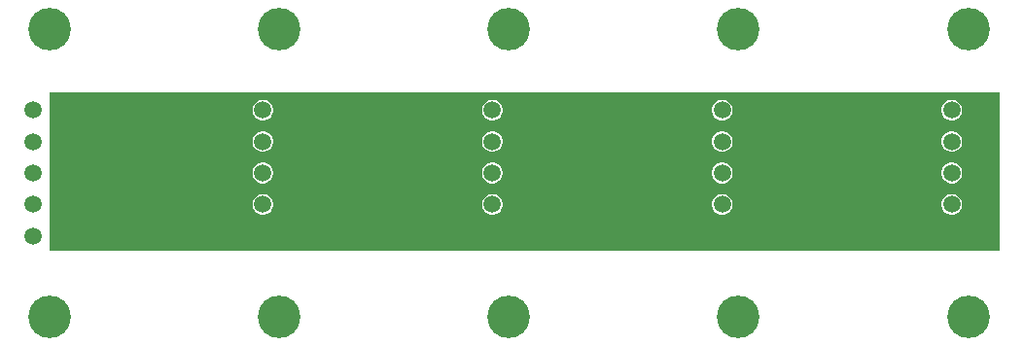
<source format=gbr>
%TF.GenerationSoftware,Altium Limited,Altium Designer,21.2.2 (38)*%
G04 Layer_Physical_Order=2*
G04 Layer_Color=16711680*
%FSLAX45Y45*%
%MOMM*%
%TF.SameCoordinates,908A5498-0BB4-4271-8F68-DE63ACD0DB91*%
%TF.FilePolarity,Positive*%
%TF.FileFunction,Copper,L2,Bot,Signal*%
%TF.Part,Single*%
G01*
G75*
%TA.AperFunction,ComponentPad*%
%ADD10C,1.50000*%
%TA.AperFunction,ViaPad*%
%ADD11C,3.70000*%
G36*
X9275000Y1325000D02*
X1000000D01*
Y2700000D01*
X9275000D01*
Y1325000D01*
D02*
G37*
%LPC*%
G36*
X8869609Y2638640D02*
X8845911D01*
X8823021Y2632507D01*
X8802499Y2620658D01*
X8785742Y2603901D01*
X8773894Y2583379D01*
X8767760Y2560489D01*
Y2536791D01*
X8773894Y2513902D01*
X8785742Y2493379D01*
X8802499Y2476622D01*
X8823021Y2464774D01*
X8845911Y2458640D01*
X8869609D01*
X8892499Y2464774D01*
X8913021Y2476622D01*
X8929778Y2493379D01*
X8941627Y2513902D01*
X8947760Y2536791D01*
Y2560489D01*
X8941627Y2583379D01*
X8929778Y2603901D01*
X8913021Y2620658D01*
X8892499Y2632507D01*
X8869609Y2638640D01*
D02*
G37*
G36*
X6869609D02*
X6845911D01*
X6823021Y2632507D01*
X6802499Y2620658D01*
X6785742Y2603901D01*
X6773893Y2583379D01*
X6767760Y2560489D01*
Y2536791D01*
X6773893Y2513902D01*
X6785742Y2493379D01*
X6802499Y2476622D01*
X6823021Y2464774D01*
X6845911Y2458640D01*
X6869609D01*
X6892499Y2464774D01*
X6913021Y2476622D01*
X6929778Y2493379D01*
X6941626Y2513902D01*
X6947760Y2536791D01*
Y2560489D01*
X6941626Y2583379D01*
X6929778Y2603901D01*
X6913021Y2620658D01*
X6892499Y2632507D01*
X6869609Y2638640D01*
D02*
G37*
G36*
X4869608D02*
X4845911D01*
X4823021Y2632507D01*
X4802499Y2620658D01*
X4785742Y2603901D01*
X4773893Y2583379D01*
X4767760Y2560489D01*
Y2536791D01*
X4773893Y2513902D01*
X4785742Y2493379D01*
X4802499Y2476622D01*
X4823021Y2464774D01*
X4845911Y2458640D01*
X4869608D01*
X4892498Y2464774D01*
X4913021Y2476622D01*
X4929778Y2493379D01*
X4941626Y2513902D01*
X4947760Y2536791D01*
Y2560489D01*
X4941626Y2583379D01*
X4929778Y2603901D01*
X4913021Y2620658D01*
X4892498Y2632507D01*
X4869608Y2638640D01*
D02*
G37*
G36*
X2869609D02*
X2845912D01*
X2823022Y2632507D01*
X2802499Y2620658D01*
X2785742Y2603901D01*
X2773894Y2583379D01*
X2767760Y2560489D01*
Y2536791D01*
X2773894Y2513902D01*
X2785742Y2493379D01*
X2802499Y2476622D01*
X2823022Y2464774D01*
X2845912Y2458640D01*
X2869609D01*
X2892499Y2464774D01*
X2913021Y2476622D01*
X2929778Y2493379D01*
X2941627Y2513902D01*
X2947760Y2536791D01*
Y2560489D01*
X2941627Y2583379D01*
X2929778Y2603901D01*
X2913021Y2620658D01*
X2892499Y2632507D01*
X2869609Y2638640D01*
D02*
G37*
G36*
X8869609Y2364320D02*
X8845911D01*
X8823021Y2358187D01*
X8802499Y2346338D01*
X8785742Y2329581D01*
X8773894Y2309059D01*
X8767760Y2286169D01*
Y2262471D01*
X8773894Y2239581D01*
X8785742Y2219059D01*
X8802499Y2202302D01*
X8823021Y2190454D01*
X8845911Y2184320D01*
X8869609D01*
X8892499Y2190454D01*
X8913021Y2202302D01*
X8929778Y2219059D01*
X8941627Y2239581D01*
X8947760Y2262471D01*
Y2286169D01*
X8941627Y2309059D01*
X8929778Y2329581D01*
X8913021Y2346338D01*
X8892499Y2358187D01*
X8869609Y2364320D01*
D02*
G37*
G36*
X6869609D02*
X6845911D01*
X6823021Y2358187D01*
X6802499Y2346338D01*
X6785742Y2329581D01*
X6773893Y2309059D01*
X6767760Y2286169D01*
Y2262471D01*
X6773893Y2239581D01*
X6785742Y2219059D01*
X6802499Y2202302D01*
X6823021Y2190454D01*
X6845911Y2184320D01*
X6869609D01*
X6892499Y2190454D01*
X6913021Y2202302D01*
X6929778Y2219059D01*
X6941626Y2239581D01*
X6947760Y2262471D01*
Y2286169D01*
X6941626Y2309059D01*
X6929778Y2329581D01*
X6913021Y2346338D01*
X6892499Y2358187D01*
X6869609Y2364320D01*
D02*
G37*
G36*
X4869608D02*
X4845911D01*
X4823021Y2358187D01*
X4802499Y2346338D01*
X4785742Y2329581D01*
X4773893Y2309059D01*
X4767760Y2286169D01*
Y2262471D01*
X4773893Y2239581D01*
X4785742Y2219059D01*
X4802499Y2202302D01*
X4823021Y2190454D01*
X4845911Y2184320D01*
X4869608D01*
X4892498Y2190454D01*
X4913021Y2202302D01*
X4929778Y2219059D01*
X4941626Y2239581D01*
X4947760Y2262471D01*
Y2286169D01*
X4941626Y2309059D01*
X4929778Y2329581D01*
X4913021Y2346338D01*
X4892498Y2358187D01*
X4869608Y2364320D01*
D02*
G37*
G36*
X2869609D02*
X2845912D01*
X2823022Y2358187D01*
X2802499Y2346338D01*
X2785742Y2329581D01*
X2773894Y2309059D01*
X2767760Y2286169D01*
Y2262471D01*
X2773894Y2239581D01*
X2785742Y2219059D01*
X2802499Y2202302D01*
X2823022Y2190454D01*
X2845912Y2184320D01*
X2869609D01*
X2892499Y2190454D01*
X2913021Y2202302D01*
X2929778Y2219059D01*
X2941627Y2239581D01*
X2947760Y2262471D01*
Y2286169D01*
X2941627Y2309059D01*
X2929778Y2329581D01*
X2913021Y2346338D01*
X2892499Y2358187D01*
X2869609Y2364320D01*
D02*
G37*
G36*
X8869609Y2090000D02*
X8845911D01*
X8823021Y2083867D01*
X8802499Y2072018D01*
X8785742Y2055261D01*
X8773894Y2034739D01*
X8767760Y2011849D01*
Y1988151D01*
X8773894Y1965262D01*
X8785742Y1944739D01*
X8802499Y1927982D01*
X8823021Y1916134D01*
X8845911Y1910000D01*
X8869609D01*
X8892499Y1916134D01*
X8913021Y1927982D01*
X8929778Y1944739D01*
X8941627Y1965262D01*
X8947760Y1988151D01*
Y2011849D01*
X8941627Y2034739D01*
X8929778Y2055261D01*
X8913021Y2072018D01*
X8892499Y2083867D01*
X8869609Y2090000D01*
D02*
G37*
G36*
X6869609D02*
X6845911D01*
X6823021Y2083867D01*
X6802499Y2072018D01*
X6785742Y2055261D01*
X6773893Y2034739D01*
X6767760Y2011849D01*
Y1988151D01*
X6773893Y1965262D01*
X6785742Y1944739D01*
X6802499Y1927982D01*
X6823021Y1916134D01*
X6845911Y1910000D01*
X6869609D01*
X6892499Y1916134D01*
X6913021Y1927982D01*
X6929778Y1944739D01*
X6941626Y1965262D01*
X6947760Y1988151D01*
Y2011849D01*
X6941626Y2034739D01*
X6929778Y2055261D01*
X6913021Y2072018D01*
X6892499Y2083867D01*
X6869609Y2090000D01*
D02*
G37*
G36*
X4869608D02*
X4845911D01*
X4823021Y2083867D01*
X4802499Y2072018D01*
X4785742Y2055261D01*
X4773893Y2034739D01*
X4767760Y2011849D01*
Y1988151D01*
X4773893Y1965262D01*
X4785742Y1944739D01*
X4802499Y1927982D01*
X4823021Y1916134D01*
X4845911Y1910000D01*
X4869608D01*
X4892498Y1916134D01*
X4913021Y1927982D01*
X4929778Y1944739D01*
X4941626Y1965262D01*
X4947760Y1988151D01*
Y2011849D01*
X4941626Y2034739D01*
X4929778Y2055261D01*
X4913021Y2072018D01*
X4892498Y2083867D01*
X4869608Y2090000D01*
D02*
G37*
G36*
X2869609D02*
X2845912D01*
X2823022Y2083867D01*
X2802499Y2072018D01*
X2785742Y2055261D01*
X2773894Y2034739D01*
X2767760Y2011849D01*
Y1988151D01*
X2773894Y1965262D01*
X2785742Y1944739D01*
X2802499Y1927982D01*
X2823022Y1916134D01*
X2845912Y1910000D01*
X2869609D01*
X2892499Y1916134D01*
X2913021Y1927982D01*
X2929778Y1944739D01*
X2941627Y1965262D01*
X2947760Y1988151D01*
Y2011849D01*
X2941627Y2034739D01*
X2929778Y2055261D01*
X2913021Y2072018D01*
X2892499Y2083867D01*
X2869609Y2090000D01*
D02*
G37*
G36*
X8869609Y1815680D02*
X8845911D01*
X8823021Y1809547D01*
X8802499Y1797698D01*
X8785742Y1780941D01*
X8773894Y1760419D01*
X8767760Y1737529D01*
Y1713831D01*
X8773894Y1690941D01*
X8785742Y1670419D01*
X8802499Y1653662D01*
X8823021Y1641814D01*
X8845911Y1635680D01*
X8869609D01*
X8892499Y1641814D01*
X8913021Y1653662D01*
X8929778Y1670419D01*
X8941627Y1690941D01*
X8947760Y1713831D01*
Y1737529D01*
X8941627Y1760419D01*
X8929778Y1780941D01*
X8913021Y1797698D01*
X8892499Y1809547D01*
X8869609Y1815680D01*
D02*
G37*
G36*
X6869609D02*
X6845911D01*
X6823021Y1809547D01*
X6802499Y1797698D01*
X6785742Y1780941D01*
X6773893Y1760419D01*
X6767760Y1737529D01*
Y1713831D01*
X6773893Y1690941D01*
X6785742Y1670419D01*
X6802499Y1653662D01*
X6823021Y1641814D01*
X6845911Y1635680D01*
X6869609D01*
X6892499Y1641814D01*
X6913021Y1653662D01*
X6929778Y1670419D01*
X6941626Y1690941D01*
X6947760Y1713831D01*
Y1737529D01*
X6941626Y1760419D01*
X6929778Y1780941D01*
X6913021Y1797698D01*
X6892499Y1809547D01*
X6869609Y1815680D01*
D02*
G37*
G36*
X4869608D02*
X4845911D01*
X4823021Y1809547D01*
X4802499Y1797698D01*
X4785742Y1780941D01*
X4773893Y1760419D01*
X4767760Y1737529D01*
Y1713831D01*
X4773893Y1690941D01*
X4785742Y1670419D01*
X4802499Y1653662D01*
X4823021Y1641814D01*
X4845911Y1635680D01*
X4869608D01*
X4892498Y1641814D01*
X4913021Y1653662D01*
X4929778Y1670419D01*
X4941626Y1690941D01*
X4947760Y1713831D01*
Y1737529D01*
X4941626Y1760419D01*
X4929778Y1780941D01*
X4913021Y1797698D01*
X4892498Y1809547D01*
X4869608Y1815680D01*
D02*
G37*
G36*
X2869609D02*
X2845912D01*
X2823022Y1809547D01*
X2802499Y1797698D01*
X2785742Y1780941D01*
X2773894Y1760419D01*
X2767760Y1737529D01*
Y1713831D01*
X2773894Y1690941D01*
X2785742Y1670419D01*
X2802499Y1653662D01*
X2823022Y1641814D01*
X2845912Y1635680D01*
X2869609D01*
X2892499Y1641814D01*
X2913021Y1653662D01*
X2929778Y1670419D01*
X2941627Y1690941D01*
X2947760Y1713831D01*
Y1737529D01*
X2941627Y1760419D01*
X2929778Y1780941D01*
X2913021Y1797698D01*
X2892499Y1809547D01*
X2869609Y1815680D01*
D02*
G37*
%LPD*%
D10*
X8857760Y2548640D02*
D03*
Y2274320D02*
D03*
Y2000000D02*
D03*
Y1725680D02*
D03*
Y1451360D02*
D03*
X9142240Y2411480D02*
D03*
Y2137160D02*
D03*
Y1862840D02*
D03*
Y1588520D02*
D03*
X6857760Y2548640D02*
D03*
Y2274320D02*
D03*
Y2000000D02*
D03*
Y1725680D02*
D03*
Y1451360D02*
D03*
X7142240Y2411480D02*
D03*
Y2137160D02*
D03*
Y1862840D02*
D03*
Y1588520D02*
D03*
X4857760Y2548640D02*
D03*
Y2274320D02*
D03*
Y2000000D02*
D03*
Y1725680D02*
D03*
Y1451360D02*
D03*
X5142240Y2411480D02*
D03*
Y2137160D02*
D03*
Y1862840D02*
D03*
Y1588520D02*
D03*
X2857760Y2548640D02*
D03*
Y2274320D02*
D03*
Y2000000D02*
D03*
Y1725680D02*
D03*
Y1451360D02*
D03*
X3142240Y2411480D02*
D03*
Y2137160D02*
D03*
Y1862840D02*
D03*
Y1588520D02*
D03*
X857760Y2548640D02*
D03*
Y2274320D02*
D03*
Y2000000D02*
D03*
Y1725680D02*
D03*
Y1451360D02*
D03*
X1142240Y2411480D02*
D03*
Y2137160D02*
D03*
Y1862840D02*
D03*
Y1588520D02*
D03*
D11*
X9000000Y3249680D02*
D03*
Y749680D02*
D03*
X7000000Y3249680D02*
D03*
Y749680D02*
D03*
X5000000Y3249680D02*
D03*
Y749680D02*
D03*
X3000000Y3249680D02*
D03*
Y749680D02*
D03*
X1000000Y3249680D02*
D03*
Y749680D02*
D03*
%TF.MD5,365bcaee9c6232f3dc085a771b577115*%
M02*

</source>
